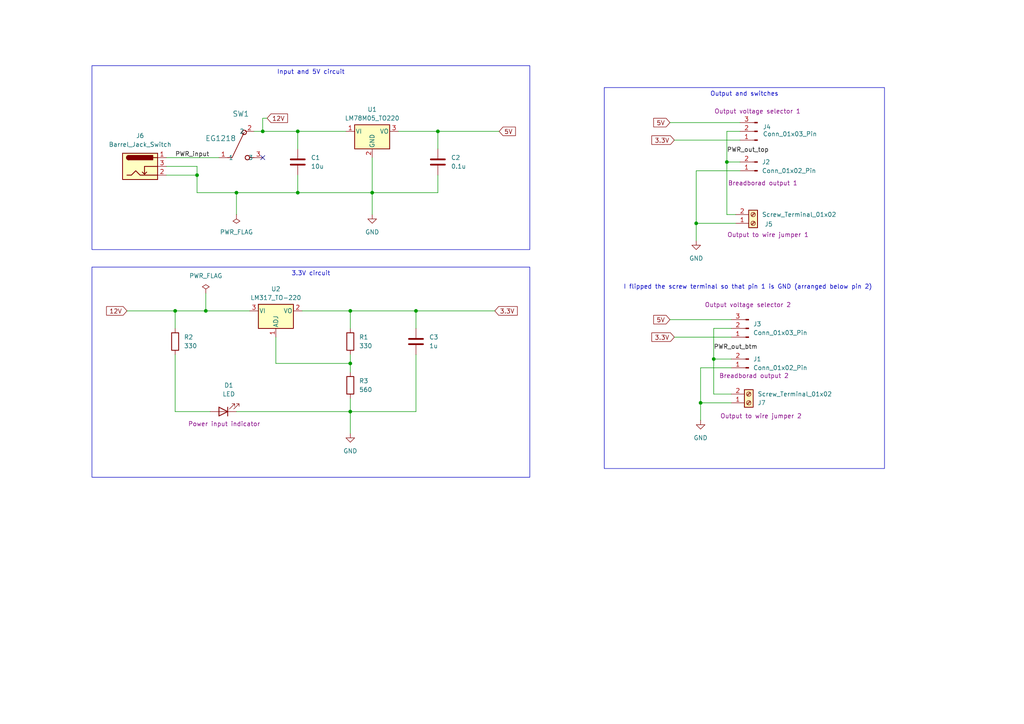
<source format=kicad_sch>
(kicad_sch (version 20231120) (generator "eeschema") (generator_version "8.0")
  (paper "A4")
  (title_block (title "seconde project") (date "2024-06-02") (rev "1") (company "BASSINGA Tech"))
  (lib_symbols
    (symbol "Connector:Barrel_Jack_Switch" (pin_names hide)
      (property "Reference" "J" (at 0 5.334 0))
      (property "Value" "Barrel_Jack_Switch" (at 0 -5.08 0))
      (symbol "Barrel_Jack_Switch_0_1"
        (rectangle (start -5.08 3.81) (end 5.08 -3.81) (stroke (width 0.254)) (fill (type background)))
        (arc (start -3.302 3.175) (mid -3.9343 2.54) (end -3.302 1.905) (stroke (width 0.254)))
        (arc (start -3.302 3.175) (mid -3.9343 2.54) (end -3.302 1.905) (stroke (width 0.254)) (fill (type outline)))
        (polyline (pts (xy 1.27 -2.286) (xy 1.905 -1.651)) (stroke (width 0.254)))
        (polyline (pts (xy 5.08 2.54) (xy 3.81 2.54)) (stroke (width 0.254)))
        (polyline (pts (xy 5.08 0) (xy 1.27 0) (xy 1.27 -2.286) (xy 0.635 -1.651)) (stroke (width 0.254)))
        (polyline (pts (xy -3.81 -2.54) (xy -2.54 -2.54) (xy -1.27 -1.27) (xy 0 -2.54) (xy 2.54 -2.54) (xy 5.08 -2.54)) (stroke (width 0.254)))
        (rectangle (start 3.683 3.175) (end -3.302 1.905) (stroke (width 0.254)) (fill (type outline)))
      )
      (symbol "Barrel_Jack_Switch_1_1"
        (pin passive line (at 7.62 2.54 180) (length 2.54) (name "~") (number "1"))
        (pin passive line (at 7.62 -2.54 180) (length 2.54) (name "~") (number "2"))
        (pin passive line (at 7.62 0 180) (length 2.54) (name "~") (number "3"))
      )
    )
    (symbol "Connector:Conn_01x02_Pin" (pin_names (offset 1.016) hide)
      (property "Reference" "J" (at 0 2.54 0))
      (property "Value" "Conn_01x02_Pin" (at 0 -5.08 0))
      (symbol "Conn_01x02_Pin_1_1"
        (polyline (pts (xy 1.27 -2.54) (xy 0.8636 -2.54)) (stroke (width 0.1524)))
        (polyline (pts (xy 1.27 0) (xy 0.8636 0)) (stroke (width 0.1524)))
        (rectangle (start 0.8636 -2.413) (end 0 -2.667) (stroke (width 0.1524)) (fill (type outline)))
        (rectangle (start 0.8636 0.127) (end 0 -0.127) (stroke (width 0.1524)) (fill (type outline)))
        (pin passive line (at 5.08 0 180) (length 3.81) (name "Pin_1") (number "1"))
        (pin passive line (at 5.08 -2.54 180) (length 3.81) (name "Pin_2") (number "2"))
      )
    )
    (symbol "Connector:Conn_01x03_Pin" (pin_names (offset 1.016) hide)
      (property "Reference" "J" (at 0 5.08 0))
      (property "Value" "Conn_01x03_Pin" (at 0 -5.08 0))
      (symbol "Conn_01x03_Pin_1_1"
        (polyline (pts (xy 1.27 -2.54) (xy 0.8636 -2.54)) (stroke (width 0.1524)))
        (polyline (pts (xy 1.27 0) (xy 0.8636 0)) (stroke (width 0.1524)))
        (polyline (pts (xy 1.27 2.54) (xy 0.8636 2.54)) (stroke (width 0.1524)))
        (rectangle (start 0.8636 -2.413) (end 0 -2.667) (stroke (width 0.1524)) (fill (type outline)))
        (rectangle (start 0.8636 0.127) (end 0 -0.127) (stroke (width 0.1524)) (fill (type outline)))
        (rectangle (start 0.8636 2.667) (end 0 2.413) (stroke (width 0.1524)) (fill (type outline)))
        (pin passive line (at 5.08 2.54 180) (length 3.81) (name "Pin_1") (number "1"))
        (pin passive line (at 5.08 0 180) (length 3.81) (name "Pin_2") (number "2"))
        (pin passive line (at 5.08 -2.54 180) (length 3.81) (name "Pin_3") (number "3"))
      )
    )
    (symbol "Connector:Screw_Terminal_01x02" (pin_names (offset 1.016) hide)
      (property "Reference" "J" (at 0 2.54 0))
      (property "Value" "Screw_Terminal_01x02" (at 0 -5.08 0))
      (symbol "Screw_Terminal_01x02_1_1"
        (rectangle (start -1.27 1.27) (end 1.27 -3.81) (stroke (width 0.254)) (fill (type background)))
        (circle (center 0 -2.54) (radius 0.635) (stroke (width 0.1524)))
        (polyline (pts (xy -0.5334 -2.2098) (xy 0.3302 -3.048)) (stroke (width 0.1524)))
        (polyline (pts (xy -0.5334 0.3302) (xy 0.3302 -0.508)) (stroke (width 0.1524)))
        (polyline (pts (xy -0.3556 -2.032) (xy 0.508 -2.8702)) (stroke (width 0.1524)))
        (polyline (pts (xy -0.3556 0.508) (xy 0.508 -0.3302)) (stroke (width 0.1524)))
        (circle (center 0 0) (radius 0.635) (stroke (width 0.1524)))
        (pin passive line (at -5.08 0 0) (length 3.81) (name "Pin_1") (number "1"))
        (pin passive line (at -5.08 -2.54 0) (length 3.81) (name "Pin_2") (number "2"))
      )
    )
    (symbol "Device:C" (pin_numbers hide) (pin_names (offset 0.254))
      (property "Reference" "C" (at 0.635 2.54 0))
      (property "Value" "C" (at 0.635 -2.54 0))
      (symbol "C_0_1"
        (polyline (pts (xy -2.032 -0.762) (xy 2.032 -0.762)) (stroke (width 0.508)))
        (polyline (pts (xy -2.032 0.762) (xy 2.032 0.762)) (stroke (width 0.508)))
      )
      (symbol "C_1_1"
        (pin passive line (at 0 3.81 270) (length 2.794) (name "~") (number "1"))
        (pin passive line (at 0 -3.81 90) (length 2.794) (name "~") (number "2"))
      )
    )
    (symbol "Device:LED" (pin_numbers hide) (pin_names (offset 1.016) hide)
      (property "Reference" "D" (at 0 2.54 0))
      (property "Value" "LED" (at 0 -2.54 0))
      (symbol "LED_0_1"
        (polyline (pts (xy -1.27 -1.27) (xy -1.27 1.27)) (stroke (width 0.254)))
        (polyline (pts (xy -1.27 0) (xy 1.27 0)))
        (polyline (pts (xy 1.27 -1.27) (xy 1.27 1.27) (xy -1.27 0) (xy 1.27 -1.27)) (stroke (width 0.254)))
        (polyline (pts (xy -3.048 -0.762) (xy -4.572 -2.286) (xy -3.81 -2.286) (xy -4.572 -2.286) (xy -4.572 -1.524)))
        (polyline (pts (xy -1.778 -0.762) (xy -3.302 -2.286) (xy -2.54 -2.286) (xy -3.302 -2.286) (xy -3.302 -1.524)))
      )
      (symbol "LED_1_1"
        (pin passive line (at -3.81 0 0) (length 2.54) (name "K") (number "1"))
        (pin passive line (at 3.81 0 180) (length 2.54) (name "A") (number "2"))
      )
    )
    (symbol "Device:R" (pin_numbers hide) (pin_names (offset 0))
      (property "Reference" "R" (at 2.032 0 90))
      (property "Value" "R" (at 0 0 90))
      (symbol "R_0_1"
        (rectangle (start -1.016 -2.54) (end 1.016 2.54) (stroke (width 0.254)))
      )
      (symbol "R_1_1"
        (pin passive line (at 0 3.81 270) (length 1.27) (name "~") (number "1"))
        (pin passive line (at 0 -3.81 90) (length 1.27) (name "~") (number "2"))
      )
    )
    (symbol "Regulator_Linear:LM317_TO-220" (pin_names (offset 0.254))
      (property "Reference" "U" (at -3.81 3.175 0))
      (property "Value" "LM317_TO-220" (at 0 3.175 0))
      (symbol "LM317_TO-220_0_1"
        (rectangle (start -5.08 1.905) (end 5.08 -5.08) (stroke (width 0.254)) (fill (type background)))
      )
      (symbol "LM317_TO-220_1_1"
        (pin input line (at 0 -7.62 90) (length 2.54) (name "ADJ") (number "1"))
        (pin power_out line (at 7.62 0 180) (length 2.54) (name "VO") (number "2"))
        (pin power_in line (at -7.62 0 0) (length 2.54) (name "VI") (number "3"))
      )
    )
    (symbol "Regulator_Linear:LM78M05_TO220" (pin_names (offset 0.254))
      (property "Reference" "U" (at -3.81 3.175 0))
      (property "Value" "LM78M05_TO220" (at 0 3.175 0))
      (symbol "LM78M05_TO220_0_1"
        (rectangle (start -5.08 1.905) (end 5.08 -5.08) (stroke (width 0.254)) (fill (type background)))
      )
      (symbol "LM78M05_TO220_1_1"
        (pin power_in line (at -7.62 0 0) (length 2.54) (name "VI") (number "1"))
        (pin power_in line (at 0 -7.62 90) (length 2.54) (name "GND") (number "2"))
        (pin power_out line (at 7.62 0 180) (length 2.54) (name "VO") (number "3"))
      )
    )
    (symbol "Slide switch:EG1218" (pin_names (offset 0.254))
      (property "Reference" "SW1" (at 6.35 12.7 0))
      (property "Value" "EG1218" (at 0.508 5.588 0))
      (symbol "EG1218_0_1"
        (polyline (pts (xy 2.54 0) (xy 3.81 0)) (stroke (width 0.2032)))
        (polyline (pts (xy 7.3251 7.3251) (xy 3.81 0)) (stroke (width 0.2032)))
        (polyline (pts (xy 10.16 0) (xy 8.89 0)) (stroke (width 0.2032)))
        (circle (center 7.3251 7.3251) (radius 0.635) (stroke (width 0.254)))
        (circle (center 8.255 0) (radius 0.635) (stroke (width 0.254)))
        (pin passive line (at 0 0 0) (length 2.54) (name "1") (number "1"))
        (pin passive line (at 10.16 7.62 180) (length 2.54) (name "2") (number "2"))
        (pin passive line (at 12.7 0 180) (length 2.54) (name "3") (number "3"))
      )
    )
    (symbol "power:GND" (power) (pin_numbers hide) (pin_names (offset 0) hide)
      (property "Value" "GND" (at 0 -3.81 0))
      (symbol "GND_0_1"
        (polyline (pts (xy 0 0) (xy 0 -1.27) (xy 1.27 -1.27) (xy 0 -2.54) (xy -1.27 -1.27) (xy 0 -1.27)))
      )
      (symbol "GND_1_1"
        (pin power_in line (at 0 0 270) (length 0) (name "~") (number "1"))
      )
    )
    (symbol "power:PWR_FLAG" (power) (pin_numbers hide) (pin_names (offset 0) hide)
      (property "Value" "PWR_FLAG" (at 0 3.81 0))
      (symbol "PWR_FLAG_0_0"
        (pin power_out line (at 0 0 90) (length 0) (name "~") (number "1"))
      )
      (symbol "PWR_FLAG_0_1"
        (polyline (pts (xy 0 0) (xy 0 1.27) (xy -1.016 1.905) (xy 0 2.54) (xy 1.016 1.905) (xy 0 1.27)))
      )
    )
  )
  (junction (at 86.36 55.88))
  (junction (at 120.65 90.17))
  (junction (at 107.95 55.88))
  (junction (at 207.01 104.14))
  (junction (at 50.8 90.17))
  (junction (at 127 38.1))
  (junction (at 59.69 90.17))
  (junction (at 76.2 38.1))
  (junction (at 68.58 55.88))
  (junction (at 101.6 105.41))
  (junction (at 203.2 116.84))
  (junction (at 201.93 64.77))
  (junction (at 101.6 90.17))
  (junction (at 57.15 50.8))
  (junction (at 101.6 119.38))
  (junction (at 210.82 46.99))
  (junction (at 86.36 38.1))
  (no_connect (at 76.2 45.72))
  (wire (pts (xy 212.09 95.25) (xy 207.01 95.25)))
  (wire (pts (xy 120.65 90.17) (xy 120.65 95.25)))
  (wire (pts (xy 86.36 55.88) (xy 107.95 55.88)))
  (wire (pts (xy 68.58 55.88) (xy 68.58 62.23)))
  (wire (pts (xy 207.01 114.3) (xy 212.09 114.3)))
  (wire (pts (xy 212.09 106.68) (xy 203.2 106.68)))
  (wire (pts (xy 107.95 45.72) (xy 107.95 55.88)))
  (wire (pts (xy 201.93 64.77) (xy 213.36 64.77)))
  (wire (pts (xy 201.93 49.53) (xy 201.93 64.77)))
  (wire (pts (xy 60.96 119.38) (xy 50.8 119.38)))
  (wire (pts (xy 68.58 55.88) (xy 86.36 55.88)))
  (wire (pts (xy 210.82 62.23) (xy 213.36 62.23)))
  (wire (pts (xy 101.6 119.38) (xy 101.6 115.57)))
  (wire (pts (xy 203.2 106.68) (xy 203.2 116.84)))
  (wire (pts (xy 207.01 104.14) (xy 212.09 104.14)))
  (wire (pts (xy 101.6 119.38) (xy 101.6 125.73)))
  (wire (pts (xy 120.65 90.17) (xy 143.51 90.17)))
  (wire (pts (xy 59.69 90.17) (xy 72.39 90.17)))
  (wire (pts (xy 107.95 55.88) (xy 107.95 62.23)))
  (wire (pts (xy 86.36 38.1) (xy 86.36 43.18)))
  (wire (pts (xy 76.2 38.1) (xy 86.36 38.1)))
  (wire (pts (xy 214.63 46.99) (xy 210.82 46.99)))
  (wire (pts (xy 86.36 38.1) (xy 100.33 38.1)))
  (wire (pts (xy 195.58 40.64) (xy 214.63 40.64)))
  (wire (pts (xy 194.31 35.56) (xy 214.63 35.56)))
  (wire (pts (xy 194.31 92.71) (xy 212.09 92.71)))
  (wire (pts (xy 127 38.1) (xy 127 43.18)))
  (wire (pts (xy 210.82 46.99) (xy 210.82 62.23)))
  (wire (pts (xy 57.15 50.8) (xy 57.15 55.88)))
  (wire (pts (xy 68.58 119.38) (xy 101.6 119.38)))
  (wire (pts (xy 115.57 38.1) (xy 127 38.1)))
  (wire (pts (xy 101.6 105.41) (xy 101.6 107.95)))
  (wire (pts (xy 76.2 34.29) (xy 76.2 38.1)))
  (wire (pts (xy 50.8 90.17) (xy 50.8 95.25)))
  (wire (pts (xy 77.47 34.29) (xy 76.2 34.29)))
  (wire (pts (xy 120.65 119.38) (xy 101.6 119.38)))
  (wire (pts (xy 80.01 97.79) (xy 80.01 105.41)))
  (wire (pts (xy 214.63 49.53) (xy 201.93 49.53)))
  (wire (pts (xy 210.82 38.1) (xy 210.82 46.99)))
  (wire (pts (xy 127 38.1) (xy 144.78 38.1)))
  (wire (pts (xy 87.63 90.17) (xy 101.6 90.17)))
  (wire (pts (xy 201.93 64.77) (xy 201.93 69.85)))
  (wire (pts (xy 195.58 97.79) (xy 212.09 97.79)))
  (wire (pts (xy 57.15 48.26) (xy 57.15 50.8)))
  (wire (pts (xy 73.66 38.1) (xy 76.2 38.1)))
  (wire (pts (xy 101.6 102.87) (xy 101.6 105.41)))
  (wire (pts (xy 127 55.88) (xy 107.95 55.88)))
  (wire (pts (xy 207.01 95.25) (xy 207.01 104.14)))
  (wire (pts (xy 120.65 102.87) (xy 120.65 119.38)))
  (wire (pts (xy 80.01 105.41) (xy 101.6 105.41)))
  (wire (pts (xy 214.63 38.1) (xy 210.82 38.1)))
  (wire (pts (xy 86.36 50.8) (xy 86.36 55.88)))
  (wire (pts (xy 203.2 121.92) (xy 203.2 116.84)))
  (wire (pts (xy 203.2 116.84) (xy 212.09 116.84)))
  (wire (pts (xy 57.15 55.88) (xy 68.58 55.88)))
  (wire (pts (xy 50.8 90.17) (xy 59.69 90.17)))
  (wire (pts (xy 48.26 45.72) (xy 63.5 45.72)))
  (wire (pts (xy 101.6 90.17) (xy 101.6 95.25)))
  (wire (pts (xy 59.69 85.09) (xy 59.69 90.17)))
  (wire (pts (xy 127 50.8) (xy 127 55.88)))
  (wire (pts (xy 101.6 90.17) (xy 120.65 90.17)))
  (wire (pts (xy 48.26 50.8) (xy 57.15 50.8)))
  (wire (pts (xy 36.83 90.17) (xy 50.8 90.17)))
  (wire (pts (xy 50.8 119.38) (xy 50.8 102.87)))
  (wire (pts (xy 207.01 104.14) (xy 207.01 114.3)))
  (wire (pts (xy 48.26 48.26) (xy 57.15 48.26)))
  (text_box "Input and 5V circuit\n" (at 26.67 19.05 0) (size 127 53.34) (effects (font (size 1.27 1.27)) (justify top)))
  (text_box "3.3V circuit\n" (at 26.67 77.47 0) (size 127 60.96) (effects (font (size 1.27 1.27)) (justify top)))
  (text_box "Output and switches" (at 175.26 25.4 0) (size 81.28 110.49) (effects (font (size 1.27 1.27)) (justify top)))
  (text "I flipped the screw terminal so that pin 1 is GND (arranged below pin 2)" (at 216.916 83.312 0) (effects (font (size 1.27 1.27))))
  (label "PWR_out_btm" (at 207.01 101.6 0))
  (label "PWR_input" (at 50.8 45.72 0))
  (label "PWR_out_top" (at 210.82 44.45 0))
  (global_label "5V" (shape input) (at 194.31 35.56 180) (property "Intersheetrefs" "${INTERSHEET_REFS}" (effects (hide yes))))
  (global_label "5V" (shape input) (at 144.78 38.1 0) (property "Intersheetrefs" "${INTERSHEET_REFS}" (effects (hide yes))))
  (global_label "3.3V" (shape input) (at 143.51 90.17 0) (property "Intersheetrefs" "${INTERSHEET_REFS}" (effects (hide yes))))
  (global_label "12V" (shape input) (at 36.83 90.17 180) (property "Intersheetrefs" "${INTERSHEET_REFS}" (effects (hide yes))))
  (global_label "3.3V" (shape input) (at 195.58 97.79 180) (property "Intersheetrefs" "${INTERSHEET_REFS}" (effects (hide yes))))
  (global_label "3.3V" (shape input) (at 195.58 40.64 180) (property "Intersheetrefs" "${INTERSHEET_REFS}" (effects (hide yes))))
  (global_label "12V" (shape input) (at 77.47 34.29 0) (property "Intersheetrefs" "${INTERSHEET_REFS}" (effects (hide yes))))
  (global_label "5V" (shape input) (at 194.31 92.71 180) (property "Intersheetrefs" "${INTERSHEET_REFS}" (effects (hide yes))))
  (symbol (lib_id "Connector:Conn_01x03_Pin") (at 219.71 38.1 180) (unit 1)
    (property "Reference" "J4" (at 221.234 36.83 0) (effects (justify right)))
    (property "Value" "Conn_01x03_Pin" (at 221.234 38.862 0) (effects (justify right)))
    (property "Footprint" "Connector_PinHeader_2.54mm:PinHeader_1x03_P2.54mm_Vertical" (effects (hide yes)))
    (property "Description" "Generic connector, single row, 01x03, script generated" (effects (hide yes)))
    (property "Purpose" "Output voltage selector 1" (at 219.71 32.258 0))
  )
  (symbol (lib_id "power:PWR_FLAG") (at 59.69 85.09 0) (unit 1)
    (property "Reference" "#FLG02" (effects (hide yes)))
    (property "Value" "PWR_FLAG" (at 59.69 80.01 0))
    (property "Description" "Special symbol for telling ERC where power comes from" (effects (hide yes)))
  )
  (symbol (lib_id "Device:C") (at 120.65 99.06 0) (unit 1)
    (property "Reference" "C3" (at 124.46 97.7899 0) (effects (justify left)))
    (property "Value" "1u" (at 124.46 100.3299 0) (effects (justify left)))
    (property "Footprint" "Capacitor_THT:C_Disc_D3.0mm_W1.6mm_P2.50mm" (effects (hide yes)))
    (property "Description" "Unpolarized capacitor" (effects (hide yes)))
  )
  (symbol (lib_id "power:GND") (at 203.2 121.92 0) (unit 1)
    (property "Reference" "#PWR03" (effects (hide yes)))
    (property "Value" "GND" (at 203.2 127 0))
    (property "Description" "Power symbol creates a global label with name \"GND\" , ground" (effects (hide yes)))
  )
  (symbol (lib_id "Device:R") (at 50.8 99.06 0) (unit 1)
    (property "Reference" "R2" (at 53.34 97.7899 0) (effects (justify left)))
    (property "Value" "330" (at 53.34 100.3299 0) (effects (justify left)))
    (property "Footprint" "Resistor_THT:R_Axial_DIN0204_L3.6mm_D1.6mm_P7.62mm_Horizontal" (effects (hide yes)))
    (property "Description" "Resistor" (effects (hide yes)))
  )
  (symbol (lib_id "Device:C") (at 127 46.99 0) (unit 1)
    (property "Reference" "C2" (at 130.81 45.7199 0) (effects (justify left)))
    (property "Value" "0.1u" (at 130.81 48.2599 0) (effects (justify left)))
    (property "Footprint" "Capacitor_THT:C_Disc_D3.0mm_W1.6mm_P2.50mm" (effects (hide yes)))
    (property "Description" "Unpolarized capacitor" (effects (hide yes)))
  )
  (symbol (lib_id "Regulator_Linear:LM78M05_TO220") (at 107.95 38.1 0) (unit 1)
    (property "Reference" "U1" (at 107.95 31.75 0))
    (property "Value" "LM78M05_TO220" (at 107.95 34.29 0))
    (property "Footprint" "Package_TO_SOT_THT:TO-220-3_Vertical" (effects (hide yes)))
    (property "Datasheet" "https://www.onsemi.com/pub/Collateral/MC78M00-D.PDF" (effects (hide yes)))
    (property "Description" "Positive 500mA 35V Linear Regulator, Fixed Output 5V, TO-220" (effects (hide yes)))
  )
  (symbol (lib_id "Slide switch:EG1218") (at 63.5 45.72 0) (unit 1)
    (property "Reference" "SW1" (at 69.85 33.02 0) (effects (font (size 1.524 1.524))))
    (property "Value" "EG1218" (at 64.008 40.132 0) (effects (font (size 1.524 1.524))))
    (property "Footprint" "Slide switch:SW_1218_EWI" (effects (hide yes)))
    (property "Datasheet" "EG1218" (effects (hide yes)))
  )
  (symbol (lib_id "Connector:Conn_01x02_Pin") (at 217.17 106.68 180) (unit 1)
    (property "Reference" "J1" (at 218.44 104.1399 0) (effects (justify right)))
    (property "Value" "Conn_01x02_Pin" (at 218.44 106.6799 0) (effects (justify right)))
    (property "Footprint" "Connector_PinHeader_2.54mm:PinHeader_1x02_P2.54mm_Vertical" (effects (hide yes)))
    (property "Description" "Generic connector, single row, 01x02, script generated" (effects (hide yes)))
    (property "Purpose" "Breadborad output 2" (at 218.694 108.966 0))
  )
  (symbol (lib_id "power:GND") (at 107.95 62.23 0) (unit 1)
    (property "Reference" "#PWR01" (effects (hide yes)))
    (property "Value" "GND" (at 107.95 67.31 0))
    (property "Description" "Power symbol creates a global label with name \"GND\" , ground" (effects (hide yes)))
  )
  (symbol (lib_id "power:GND") (at 101.6 125.73 0) (unit 1)
    (property "Reference" "#PWR02" (effects (hide yes)))
    (property "Value" "GND" (at 101.6 130.81 0))
    (property "Description" "Power symbol creates a global label with name \"GND\" , ground" (effects (hide yes)))
  )
  (symbol (lib_id "Regulator_Linear:LM317_TO-220") (at 80.01 90.17 0) (unit 1)
    (property "Reference" "U2" (at 80.01 83.82 0))
    (property "Value" "LM317_TO-220" (at 80.01 86.36 0))
    (property "Footprint" "Package_TO_SOT_THT:TO-220-3_Vertical" (effects (hide yes)))
    (property "Datasheet" "http://www.ti.com/lit/ds/symlink/lm317.pdf" (effects (hide yes)))
    (property "Description" "1.5A 35V Adjustable Linear Regulator, TO-220" (effects (hide yes)))
  )
  (symbol (lib_id "power:GND") (at 201.93 69.85 0) (unit 1)
    (property "Reference" "#PWR04" (effects (hide yes)))
    (property "Value" "GND" (at 201.93 74.93 0))
    (property "Description" "Power symbol creates a global label with name \"GND\" , ground" (effects (hide yes)))
  )
  (symbol (lib_id "Device:R") (at 101.6 99.06 0) (unit 1)
    (property "Reference" "R1" (at 104.14 97.7899 0) (effects (justify left)))
    (property "Value" "330" (at 104.14 100.3299 0) (effects (justify left)))
    (property "Footprint" "Resistor_THT:R_Axial_DIN0204_L3.6mm_D1.6mm_P7.62mm_Horizontal" (effects (hide yes)))
    (property "Description" "Resistor" (effects (hide yes)))
  )
  (symbol (lib_id "Connector:Barrel_Jack_Switch") (at 40.64 48.26 0) (unit 1)
    (property "Reference" "J6" (at 40.64 39.37 0))
    (property "Value" "Barrel_Jack_Switch" (at 40.64 41.91 0))
    (property "Footprint" "Connector_BarrelJack:BarrelJack_Horizontal" (effects (hide yes)))
    (property "Description" "DC Barrel Jack with an internal switch" (effects (hide yes)))
  )
  (symbol (lib_id "Connector:Conn_01x02_Pin") (at 219.71 49.53 180) (unit 1)
    (property "Reference" "J2" (at 220.98 46.9899 0) (effects (justify right)))
    (property "Value" "Conn_01x02_Pin" (at 220.98 49.5299 0) (effects (justify right)))
    (property "Footprint" "Connector_PinHeader_2.54mm:PinHeader_1x02_P2.54mm_Vertical" (effects (hide yes)))
    (property "Description" "Generic connector, single row, 01x02, script generated" (effects (hide yes)))
    (property "Purpose" "Breadborad output 1" (at 221.234 53.086 0))
  )
  (symbol (lib_id "Connector:Screw_Terminal_01x02") (at 217.17 116.84 0) (mirror x) (unit 1)
    (property "Reference" "J7" (at 219.71 116.8401 0) (effects (justify left)))
    (property "Value" "Screw_Terminal_01x02" (at 219.71 114.3001 0) (effects (justify left)))
    (property "Footprint" "TerminalBlock_Phoenix:TerminalBlock_Phoenix_MKDS-1,5-2-5.08_1x02_P5.08mm_Horizontal" (effects (hide yes)))
    (property "Description" "Generic screw terminal, single row, 01x02, script generated (kicad-library-utils/schlib/autogen/connector/)" (effects (hide yes)))
    (property "Purpose" "Output to wire jumper 2" (at 220.726 120.65 0))
  )
  (symbol (lib_id "Connector:Screw_Terminal_01x02") (at 218.44 64.77 0) (mirror x) (unit 1)
    (property "Reference" "J5" (at 221.742 65.024 0) (effects (justify left)))
    (property "Value" "Screw_Terminal_01x02" (at 220.98 62.2301 0) (effects (justify left)))
    (property "Footprint" "TerminalBlock_Phoenix:TerminalBlock_Phoenix_MKDS-1,5-2-5.08_1x02_P5.08mm_Horizontal" (effects (hide yes)))
    (property "Description" "Generic screw terminal, single row, 01x02, script generated (kicad-library-utils/schlib/autogen/connector/)" (effects (hide yes)))
    (property "Purpose" "Output to wire jumper 1" (at 222.758 68.072 0))
  )
  (symbol (lib_id "Device:R") (at 101.6 111.76 0) (unit 1)
    (property "Reference" "R3" (at 104.14 110.4899 0) (effects (justify left)))
    (property "Value" "560" (at 104.14 113.0299 0) (effects (justify left)))
    (property "Footprint" "Resistor_THT:R_Axial_DIN0204_L3.6mm_D1.6mm_P7.62mm_Horizontal" (effects (hide yes)))
    (property "Description" "Resistor" (effects (hide yes)))
  )
  (symbol (lib_id "Device:LED") (at 64.77 119.38 180) (unit 1)
    (property "Reference" "D1" (at 66.3575 111.76 0))
    (property "Value" "LED" (at 66.3575 114.3 0))
    (property "Footprint" "LED_THT:LED_D5.0mm" (effects (hide yes)))
    (property "Description" "Light emitting diode" (effects (hide yes)))
    (property "Purpose" "Power input indicator" (at 65.024 122.936 0))
  )
  (symbol (lib_id "Connector:Conn_01x03_Pin") (at 217.17 95.25 180) (unit 1)
    (property "Reference" "J3" (at 218.44 93.9799 0) (effects (justify right)))
    (property "Value" "Conn_01x03_Pin" (at 218.44 96.5199 0) (effects (justify right)))
    (property "Footprint" "Connector_PinHeader_2.54mm:PinHeader_1x03_P2.54mm_Vertical" (effects (hide yes)))
    (property "Description" "Generic connector, single row, 01x03, script generated" (effects (hide yes)))
    (property "Purpose" "Output voltage selector 2" (at 216.916 88.392 0))
  )
  (symbol (lib_id "Device:C") (at 86.36 46.99 0) (unit 1)
    (property "Reference" "C1" (at 90.17 45.7199 0) (effects (justify left)))
    (property "Value" "10u" (at 90.17 48.2599 0) (effects (justify left)))
    (property "Footprint" "Capacitor_THT:C_Disc_D3.0mm_W1.6mm_P2.50mm" (effects (hide yes)))
    (property "Description" "Unpolarized capacitor" (effects (hide yes)))
  )
  (symbol (lib_id "power:PWR_FLAG") (at 68.58 62.23 180) (unit 1)
    (property "Reference" "#FLG01" (effects (hide yes)))
    (property "Value" "PWR_FLAG" (at 68.58 67.31 0))
    (property "Description" "Special symbol for telling ERC where power comes from" (effects (hide yes)))
  )
)
</source>
